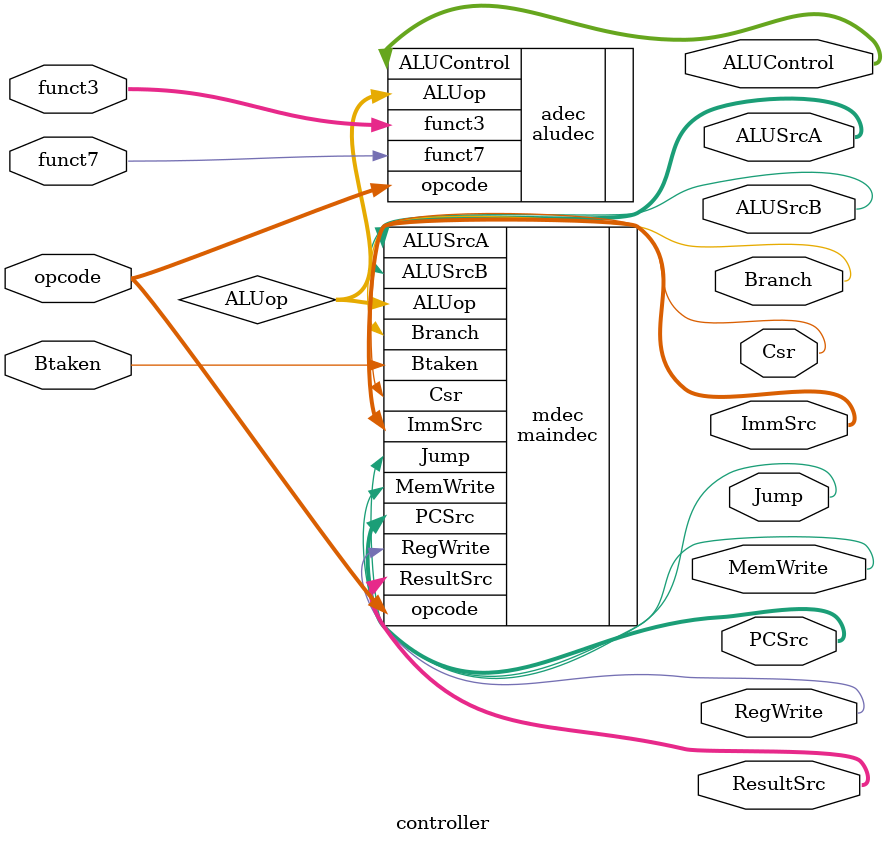
<source format=sv>
module controller(
    opcode,
    funct3,
    funct7,
    Btaken,
	PCSrc,
    Branch,
	ResultSrc,
    MemWrite,
    ALUSrcA,
	ALUSrcB,
    ImmSrc,
    RegWrite,
    ALUControl,
	Csr,
    Jump
);
    // input
    input Btaken;
    input [6:0] opcode;
    input [2:0] funct3;
    input funct7;
    // output
    output [1:0] PCSrc;
    output Branch, MemWrite, ALUSrcB, RegWrite, Jump,Csr;
    output [1:0] ResultSrc, ALUSrcA;
	output [2:0] ImmSrc;
    output [4:0] ALUControl;

    wire [1:0] ALUop;

    maindec mdec(
        .Btaken(Btaken),
		.Branch(Branch),
		.opcode(opcode),
        .PCSrc(PCSrc),
        .ResultSrc(ResultSrc),
        .MemWrite(MemWrite),
        .ALUSrcA(ALUSrcA),
		.ALUSrcB(ALUSrcB),
        .ImmSrc(ImmSrc),
        .RegWrite(RegWrite),
        .Jump(Jump),
		.Csr(Csr),
        .ALUop(ALUop)
    );
    
    aludec adec(
        .opcode(opcode),
        .funct3(funct3),
        .funct7(funct7),
        .ALUop(ALUop),
        .ALUControl(ALUControl)
    );

endmodule

</source>
